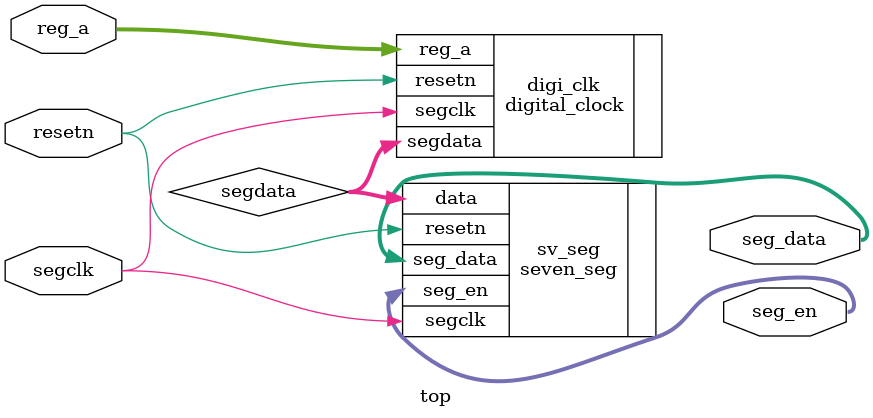
<source format=v>
module top(
input	wire			resetn,
input	wire			segclk,
input	wire	[31:0]		reg_a,

output	wire	[7:0]	seg_en,
output	wire	[7:0]	seg_data
);

// dip signal? pulseë¡? ë°ê¿ì£¼ëê²? ????¤!!

wire	[31:0]	segdata;

digital_clock digi_clk(		.resetn			(resetn),
							.segclk			(segclk),
							.reg_a(reg_a),
							.segdata		(segdata)		);
							
seven_seg sv_seg(			.resetn			(resetn),
							.segclk			(segclk),
							.data			(segdata),
							
							.seg_en			(seg_en),
							.seg_data		(seg_data)		);

endmodule


</source>
